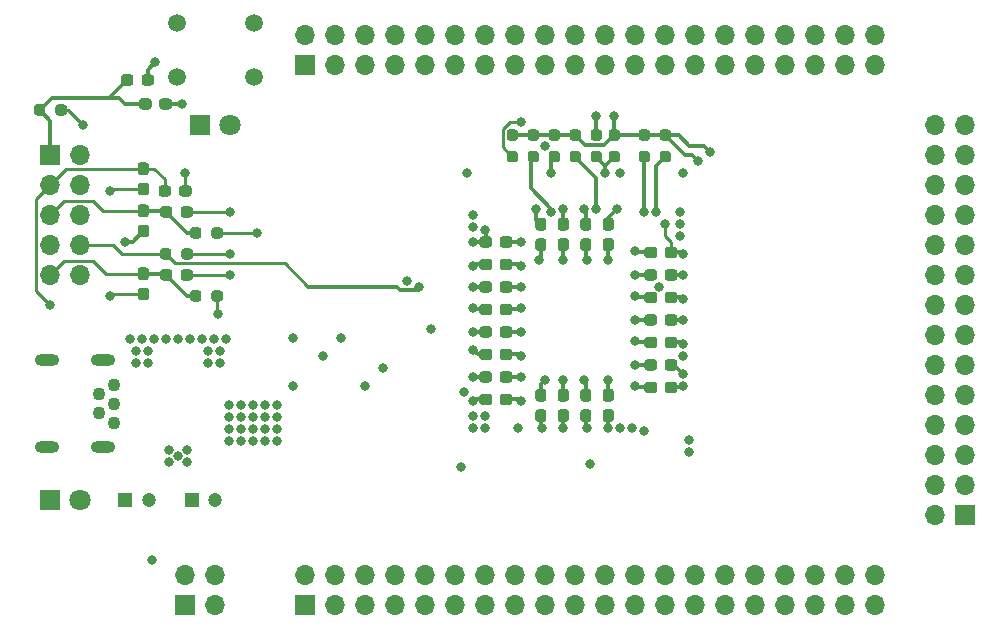
<source format=gbr>
%TF.GenerationSoftware,KiCad,Pcbnew,(5.1.9)-1*%
%TF.CreationDate,2021-02-04T20:28:27-06:00*%
%TF.ProjectId,Intel_10M02SCE144_Breakout_Board,496e7465-6c5f-4313-904d-303253434531,rev?*%
%TF.SameCoordinates,Original*%
%TF.FileFunction,Copper,L4,Bot*%
%TF.FilePolarity,Positive*%
%FSLAX46Y46*%
G04 Gerber Fmt 4.6, Leading zero omitted, Abs format (unit mm)*
G04 Created by KiCad (PCBNEW (5.1.9)-1) date 2021-02-04 20:28:27*
%MOMM*%
%LPD*%
G01*
G04 APERTURE LIST*
%TA.AperFunction,ComponentPad*%
%ADD10C,1.200000*%
%TD*%
%TA.AperFunction,ComponentPad*%
%ADD11R,1.200000X1.200000*%
%TD*%
%TA.AperFunction,ComponentPad*%
%ADD12C,1.800000*%
%TD*%
%TA.AperFunction,ComponentPad*%
%ADD13R,1.800000X1.800000*%
%TD*%
%TA.AperFunction,ComponentPad*%
%ADD14R,1.700000X1.700000*%
%TD*%
%TA.AperFunction,ComponentPad*%
%ADD15O,1.700000X1.700000*%
%TD*%
%TA.AperFunction,ComponentPad*%
%ADD16C,1.500000*%
%TD*%
%TA.AperFunction,ComponentPad*%
%ADD17O,2.100000X1.000000*%
%TD*%
%TA.AperFunction,ComponentPad*%
%ADD18C,1.100000*%
%TD*%
%TA.AperFunction,ViaPad*%
%ADD19C,0.800000*%
%TD*%
%TA.AperFunction,Conductor*%
%ADD20C,0.300000*%
%TD*%
%TA.AperFunction,Conductor*%
%ADD21C,0.250000*%
%TD*%
G04 APERTURE END LIST*
D10*
%TO.P,C1,2*%
%TO.N,H_GND*%
X104870000Y-115570000D03*
D11*
%TO.P,C1,1*%
%TO.N,+5V*%
X102870000Y-115570000D03*
%TD*%
%TO.P,C2,1*%
%TO.N,H_VCC*%
X108490000Y-115570000D03*
D10*
%TO.P,C2,2*%
%TO.N,H_GND*%
X110490000Y-115570000D03*
%TD*%
%TO.P,C4,1*%
%TO.N,H_VCC*%
%TA.AperFunction,SMDPad,CuDef*%
G36*
G01*
X149609000Y-105807500D02*
X149609000Y-106282500D01*
G75*
G02*
X149371500Y-106520000I-237500J0D01*
G01*
X148771500Y-106520000D01*
G75*
G02*
X148534000Y-106282500I0J237500D01*
G01*
X148534000Y-105807500D01*
G75*
G02*
X148771500Y-105570000I237500J0D01*
G01*
X149371500Y-105570000D01*
G75*
G02*
X149609000Y-105807500I0J-237500D01*
G01*
G37*
%TD.AperFunction*%
%TO.P,C4,2*%
%TO.N,H_GND*%
%TA.AperFunction,SMDPad,CuDef*%
G36*
G01*
X147884000Y-105807500D02*
X147884000Y-106282500D01*
G75*
G02*
X147646500Y-106520000I-237500J0D01*
G01*
X147046500Y-106520000D01*
G75*
G02*
X146809000Y-106282500I0J237500D01*
G01*
X146809000Y-105807500D01*
G75*
G02*
X147046500Y-105570000I237500J0D01*
G01*
X147646500Y-105570000D01*
G75*
G02*
X147884000Y-105807500I0J-237500D01*
G01*
G37*
%TD.AperFunction*%
%TD*%
%TO.P,C5,2*%
%TO.N,H_GND*%
%TA.AperFunction,SMDPad,CuDef*%
G36*
G01*
X134564000Y-103488500D02*
X134564000Y-103013500D01*
G75*
G02*
X134801500Y-102776000I237500J0D01*
G01*
X135401500Y-102776000D01*
G75*
G02*
X135639000Y-103013500I0J-237500D01*
G01*
X135639000Y-103488500D01*
G75*
G02*
X135401500Y-103726000I-237500J0D01*
G01*
X134801500Y-103726000D01*
G75*
G02*
X134564000Y-103488500I0J237500D01*
G01*
G37*
%TD.AperFunction*%
%TO.P,C5,1*%
%TO.N,H_VCC*%
%TA.AperFunction,SMDPad,CuDef*%
G36*
G01*
X132839000Y-103488500D02*
X132839000Y-103013500D01*
G75*
G02*
X133076500Y-102776000I237500J0D01*
G01*
X133676500Y-102776000D01*
G75*
G02*
X133914000Y-103013500I0J-237500D01*
G01*
X133914000Y-103488500D01*
G75*
G02*
X133676500Y-103726000I-237500J0D01*
G01*
X133076500Y-103726000D01*
G75*
G02*
X132839000Y-103488500I0J237500D01*
G01*
G37*
%TD.AperFunction*%
%TD*%
%TO.P,C6,1*%
%TO.N,H_VCC*%
%TA.AperFunction,SMDPad,CuDef*%
G36*
G01*
X138286500Y-108969000D02*
X137811500Y-108969000D01*
G75*
G02*
X137574000Y-108731500I0J237500D01*
G01*
X137574000Y-108131500D01*
G75*
G02*
X137811500Y-107894000I237500J0D01*
G01*
X138286500Y-107894000D01*
G75*
G02*
X138524000Y-108131500I0J-237500D01*
G01*
X138524000Y-108731500D01*
G75*
G02*
X138286500Y-108969000I-237500J0D01*
G01*
G37*
%TD.AperFunction*%
%TO.P,C6,2*%
%TO.N,H_GND*%
%TA.AperFunction,SMDPad,CuDef*%
G36*
G01*
X138286500Y-107244000D02*
X137811500Y-107244000D01*
G75*
G02*
X137574000Y-107006500I0J237500D01*
G01*
X137574000Y-106406500D01*
G75*
G02*
X137811500Y-106169000I237500J0D01*
G01*
X138286500Y-106169000D01*
G75*
G02*
X138524000Y-106406500I0J-237500D01*
G01*
X138524000Y-107006500D01*
G75*
G02*
X138286500Y-107244000I-237500J0D01*
G01*
G37*
%TD.AperFunction*%
%TD*%
%TO.P,C7,1*%
%TO.N,H_VCC*%
%TA.AperFunction,SMDPad,CuDef*%
G36*
G01*
X144001500Y-108969000D02*
X143526500Y-108969000D01*
G75*
G02*
X143289000Y-108731500I0J237500D01*
G01*
X143289000Y-108131500D01*
G75*
G02*
X143526500Y-107894000I237500J0D01*
G01*
X144001500Y-107894000D01*
G75*
G02*
X144239000Y-108131500I0J-237500D01*
G01*
X144239000Y-108731500D01*
G75*
G02*
X144001500Y-108969000I-237500J0D01*
G01*
G37*
%TD.AperFunction*%
%TO.P,C7,2*%
%TO.N,H_GND*%
%TA.AperFunction,SMDPad,CuDef*%
G36*
G01*
X144001500Y-107244000D02*
X143526500Y-107244000D01*
G75*
G02*
X143289000Y-107006500I0J237500D01*
G01*
X143289000Y-106406500D01*
G75*
G02*
X143526500Y-106169000I237500J0D01*
G01*
X144001500Y-106169000D01*
G75*
G02*
X144239000Y-106406500I0J-237500D01*
G01*
X144239000Y-107006500D01*
G75*
G02*
X144001500Y-107244000I-237500J0D01*
G01*
G37*
%TD.AperFunction*%
%TD*%
%TO.P,C8,2*%
%TO.N,H_GND*%
%TA.AperFunction,SMDPad,CuDef*%
G36*
G01*
X139716500Y-93416000D02*
X140191500Y-93416000D01*
G75*
G02*
X140429000Y-93653500I0J-237500D01*
G01*
X140429000Y-94253500D01*
G75*
G02*
X140191500Y-94491000I-237500J0D01*
G01*
X139716500Y-94491000D01*
G75*
G02*
X139479000Y-94253500I0J237500D01*
G01*
X139479000Y-93653500D01*
G75*
G02*
X139716500Y-93416000I237500J0D01*
G01*
G37*
%TD.AperFunction*%
%TO.P,C8,1*%
%TO.N,H_VCC*%
%TA.AperFunction,SMDPad,CuDef*%
G36*
G01*
X139716500Y-91691000D02*
X140191500Y-91691000D01*
G75*
G02*
X140429000Y-91928500I0J-237500D01*
G01*
X140429000Y-92528500D01*
G75*
G02*
X140191500Y-92766000I-237500J0D01*
G01*
X139716500Y-92766000D01*
G75*
G02*
X139479000Y-92528500I0J237500D01*
G01*
X139479000Y-91928500D01*
G75*
G02*
X139716500Y-91691000I237500J0D01*
G01*
G37*
%TD.AperFunction*%
%TD*%
%TO.P,C9,2*%
%TO.N,H_GND*%
%TA.AperFunction,SMDPad,CuDef*%
G36*
G01*
X137811500Y-93416000D02*
X138286500Y-93416000D01*
G75*
G02*
X138524000Y-93653500I0J-237500D01*
G01*
X138524000Y-94253500D01*
G75*
G02*
X138286500Y-94491000I-237500J0D01*
G01*
X137811500Y-94491000D01*
G75*
G02*
X137574000Y-94253500I0J237500D01*
G01*
X137574000Y-93653500D01*
G75*
G02*
X137811500Y-93416000I237500J0D01*
G01*
G37*
%TD.AperFunction*%
%TO.P,C9,1*%
%TO.N,H_VCC*%
%TA.AperFunction,SMDPad,CuDef*%
G36*
G01*
X137811500Y-91691000D02*
X138286500Y-91691000D01*
G75*
G02*
X138524000Y-91928500I0J-237500D01*
G01*
X138524000Y-92528500D01*
G75*
G02*
X138286500Y-92766000I-237500J0D01*
G01*
X137811500Y-92766000D01*
G75*
G02*
X137574000Y-92528500I0J237500D01*
G01*
X137574000Y-91928500D01*
G75*
G02*
X137811500Y-91691000I237500J0D01*
G01*
G37*
%TD.AperFunction*%
%TD*%
%TO.P,C10,1*%
%TO.N,H_VCC*%
%TA.AperFunction,SMDPad,CuDef*%
G36*
G01*
X149609000Y-100092500D02*
X149609000Y-100567500D01*
G75*
G02*
X149371500Y-100805000I-237500J0D01*
G01*
X148771500Y-100805000D01*
G75*
G02*
X148534000Y-100567500I0J237500D01*
G01*
X148534000Y-100092500D01*
G75*
G02*
X148771500Y-99855000I237500J0D01*
G01*
X149371500Y-99855000D01*
G75*
G02*
X149609000Y-100092500I0J-237500D01*
G01*
G37*
%TD.AperFunction*%
%TO.P,C10,2*%
%TO.N,H_GND*%
%TA.AperFunction,SMDPad,CuDef*%
G36*
G01*
X147884000Y-100092500D02*
X147884000Y-100567500D01*
G75*
G02*
X147646500Y-100805000I-237500J0D01*
G01*
X147046500Y-100805000D01*
G75*
G02*
X146809000Y-100567500I0J237500D01*
G01*
X146809000Y-100092500D01*
G75*
G02*
X147046500Y-99855000I237500J0D01*
G01*
X147646500Y-99855000D01*
G75*
G02*
X147884000Y-100092500I0J-237500D01*
G01*
G37*
%TD.AperFunction*%
%TD*%
%TO.P,C11,2*%
%TO.N,H_GND*%
%TA.AperFunction,SMDPad,CuDef*%
G36*
G01*
X147884000Y-98187500D02*
X147884000Y-98662500D01*
G75*
G02*
X147646500Y-98900000I-237500J0D01*
G01*
X147046500Y-98900000D01*
G75*
G02*
X146809000Y-98662500I0J237500D01*
G01*
X146809000Y-98187500D01*
G75*
G02*
X147046500Y-97950000I237500J0D01*
G01*
X147646500Y-97950000D01*
G75*
G02*
X147884000Y-98187500I0J-237500D01*
G01*
G37*
%TD.AperFunction*%
%TO.P,C11,1*%
%TO.N,H_VCC*%
%TA.AperFunction,SMDPad,CuDef*%
G36*
G01*
X149609000Y-98187500D02*
X149609000Y-98662500D01*
G75*
G02*
X149371500Y-98900000I-237500J0D01*
G01*
X148771500Y-98900000D01*
G75*
G02*
X148534000Y-98662500I0J237500D01*
G01*
X148534000Y-98187500D01*
G75*
G02*
X148771500Y-97950000I237500J0D01*
G01*
X149371500Y-97950000D01*
G75*
G02*
X149609000Y-98187500I0J-237500D01*
G01*
G37*
%TD.AperFunction*%
%TD*%
%TO.P,C12,1*%
%TO.N,H_VCC*%
%TA.AperFunction,SMDPad,CuDef*%
G36*
G01*
X132839000Y-93963500D02*
X132839000Y-93488500D01*
G75*
G02*
X133076500Y-93251000I237500J0D01*
G01*
X133676500Y-93251000D01*
G75*
G02*
X133914000Y-93488500I0J-237500D01*
G01*
X133914000Y-93963500D01*
G75*
G02*
X133676500Y-94201000I-237500J0D01*
G01*
X133076500Y-94201000D01*
G75*
G02*
X132839000Y-93963500I0J237500D01*
G01*
G37*
%TD.AperFunction*%
%TO.P,C12,2*%
%TO.N,H_GND*%
%TA.AperFunction,SMDPad,CuDef*%
G36*
G01*
X134564000Y-93963500D02*
X134564000Y-93488500D01*
G75*
G02*
X134801500Y-93251000I237500J0D01*
G01*
X135401500Y-93251000D01*
G75*
G02*
X135639000Y-93488500I0J-237500D01*
G01*
X135639000Y-93963500D01*
G75*
G02*
X135401500Y-94201000I-237500J0D01*
G01*
X134801500Y-94201000D01*
G75*
G02*
X134564000Y-93963500I0J237500D01*
G01*
G37*
%TD.AperFunction*%
%TD*%
%TO.P,C13,2*%
%TO.N,H_GND*%
%TA.AperFunction,SMDPad,CuDef*%
G36*
G01*
X134564000Y-95868500D02*
X134564000Y-95393500D01*
G75*
G02*
X134801500Y-95156000I237500J0D01*
G01*
X135401500Y-95156000D01*
G75*
G02*
X135639000Y-95393500I0J-237500D01*
G01*
X135639000Y-95868500D01*
G75*
G02*
X135401500Y-96106000I-237500J0D01*
G01*
X134801500Y-96106000D01*
G75*
G02*
X134564000Y-95868500I0J237500D01*
G01*
G37*
%TD.AperFunction*%
%TO.P,C13,1*%
%TO.N,H_VCC*%
%TA.AperFunction,SMDPad,CuDef*%
G36*
G01*
X132839000Y-95868500D02*
X132839000Y-95393500D01*
G75*
G02*
X133076500Y-95156000I237500J0D01*
G01*
X133676500Y-95156000D01*
G75*
G02*
X133914000Y-95393500I0J-237500D01*
G01*
X133914000Y-95868500D01*
G75*
G02*
X133676500Y-96106000I-237500J0D01*
G01*
X133076500Y-96106000D01*
G75*
G02*
X132839000Y-95868500I0J237500D01*
G01*
G37*
%TD.AperFunction*%
%TD*%
%TO.P,C14,1*%
%TO.N,H_VCC*%
%TA.AperFunction,SMDPad,CuDef*%
G36*
G01*
X132839000Y-97773500D02*
X132839000Y-97298500D01*
G75*
G02*
X133076500Y-97061000I237500J0D01*
G01*
X133676500Y-97061000D01*
G75*
G02*
X133914000Y-97298500I0J-237500D01*
G01*
X133914000Y-97773500D01*
G75*
G02*
X133676500Y-98011000I-237500J0D01*
G01*
X133076500Y-98011000D01*
G75*
G02*
X132839000Y-97773500I0J237500D01*
G01*
G37*
%TD.AperFunction*%
%TO.P,C14,2*%
%TO.N,H_GND*%
%TA.AperFunction,SMDPad,CuDef*%
G36*
G01*
X134564000Y-97773500D02*
X134564000Y-97298500D01*
G75*
G02*
X134801500Y-97061000I237500J0D01*
G01*
X135401500Y-97061000D01*
G75*
G02*
X135639000Y-97298500I0J-237500D01*
G01*
X135639000Y-97773500D01*
G75*
G02*
X135401500Y-98011000I-237500J0D01*
G01*
X134801500Y-98011000D01*
G75*
G02*
X134564000Y-97773500I0J237500D01*
G01*
G37*
%TD.AperFunction*%
%TD*%
%TO.P,C15,2*%
%TO.N,H_GND*%
%TA.AperFunction,SMDPad,CuDef*%
G36*
G01*
X141621500Y-93416000D02*
X142096500Y-93416000D01*
G75*
G02*
X142334000Y-93653500I0J-237500D01*
G01*
X142334000Y-94253500D01*
G75*
G02*
X142096500Y-94491000I-237500J0D01*
G01*
X141621500Y-94491000D01*
G75*
G02*
X141384000Y-94253500I0J237500D01*
G01*
X141384000Y-93653500D01*
G75*
G02*
X141621500Y-93416000I237500J0D01*
G01*
G37*
%TD.AperFunction*%
%TO.P,C15,1*%
%TO.N,H_VCC*%
%TA.AperFunction,SMDPad,CuDef*%
G36*
G01*
X141621500Y-91691000D02*
X142096500Y-91691000D01*
G75*
G02*
X142334000Y-91928500I0J-237500D01*
G01*
X142334000Y-92528500D01*
G75*
G02*
X142096500Y-92766000I-237500J0D01*
G01*
X141621500Y-92766000D01*
G75*
G02*
X141384000Y-92528500I0J237500D01*
G01*
X141384000Y-91928500D01*
G75*
G02*
X141621500Y-91691000I237500J0D01*
G01*
G37*
%TD.AperFunction*%
%TD*%
%TO.P,C16,1*%
%TO.N,H_VCC*%
%TA.AperFunction,SMDPad,CuDef*%
G36*
G01*
X143526500Y-91691000D02*
X144001500Y-91691000D01*
G75*
G02*
X144239000Y-91928500I0J-237500D01*
G01*
X144239000Y-92528500D01*
G75*
G02*
X144001500Y-92766000I-237500J0D01*
G01*
X143526500Y-92766000D01*
G75*
G02*
X143289000Y-92528500I0J237500D01*
G01*
X143289000Y-91928500D01*
G75*
G02*
X143526500Y-91691000I237500J0D01*
G01*
G37*
%TD.AperFunction*%
%TO.P,C16,2*%
%TO.N,H_GND*%
%TA.AperFunction,SMDPad,CuDef*%
G36*
G01*
X143526500Y-93416000D02*
X144001500Y-93416000D01*
G75*
G02*
X144239000Y-93653500I0J-237500D01*
G01*
X144239000Y-94253500D01*
G75*
G02*
X144001500Y-94491000I-237500J0D01*
G01*
X143526500Y-94491000D01*
G75*
G02*
X143289000Y-94253500I0J237500D01*
G01*
X143289000Y-93653500D01*
G75*
G02*
X143526500Y-93416000I237500J0D01*
G01*
G37*
%TD.AperFunction*%
%TD*%
%TO.P,C17,2*%
%TO.N,H_GND*%
%TA.AperFunction,SMDPad,CuDef*%
G36*
G01*
X147884000Y-94377500D02*
X147884000Y-94852500D01*
G75*
G02*
X147646500Y-95090000I-237500J0D01*
G01*
X147046500Y-95090000D01*
G75*
G02*
X146809000Y-94852500I0J237500D01*
G01*
X146809000Y-94377500D01*
G75*
G02*
X147046500Y-94140000I237500J0D01*
G01*
X147646500Y-94140000D01*
G75*
G02*
X147884000Y-94377500I0J-237500D01*
G01*
G37*
%TD.AperFunction*%
%TO.P,C17,1*%
%TO.N,H_VCC*%
%TA.AperFunction,SMDPad,CuDef*%
G36*
G01*
X149609000Y-94377500D02*
X149609000Y-94852500D01*
G75*
G02*
X149371500Y-95090000I-237500J0D01*
G01*
X148771500Y-95090000D01*
G75*
G02*
X148534000Y-94852500I0J237500D01*
G01*
X148534000Y-94377500D01*
G75*
G02*
X148771500Y-94140000I237500J0D01*
G01*
X149371500Y-94140000D01*
G75*
G02*
X149609000Y-94377500I0J-237500D01*
G01*
G37*
%TD.AperFunction*%
%TD*%
%TO.P,C18,2*%
%TO.N,H_GND*%
%TA.AperFunction,SMDPad,CuDef*%
G36*
G01*
X147884000Y-96282500D02*
X147884000Y-96757500D01*
G75*
G02*
X147646500Y-96995000I-237500J0D01*
G01*
X147046500Y-96995000D01*
G75*
G02*
X146809000Y-96757500I0J237500D01*
G01*
X146809000Y-96282500D01*
G75*
G02*
X147046500Y-96045000I237500J0D01*
G01*
X147646500Y-96045000D01*
G75*
G02*
X147884000Y-96282500I0J-237500D01*
G01*
G37*
%TD.AperFunction*%
%TO.P,C18,1*%
%TO.N,H_VCC*%
%TA.AperFunction,SMDPad,CuDef*%
G36*
G01*
X149609000Y-96282500D02*
X149609000Y-96757500D01*
G75*
G02*
X149371500Y-96995000I-237500J0D01*
G01*
X148771500Y-96995000D01*
G75*
G02*
X148534000Y-96757500I0J237500D01*
G01*
X148534000Y-96282500D01*
G75*
G02*
X148771500Y-96045000I237500J0D01*
G01*
X149371500Y-96045000D01*
G75*
G02*
X149609000Y-96282500I0J-237500D01*
G01*
G37*
%TD.AperFunction*%
%TD*%
%TO.P,C19,2*%
%TO.N,H_GND*%
%TA.AperFunction,SMDPad,CuDef*%
G36*
G01*
X147884000Y-103902500D02*
X147884000Y-104377500D01*
G75*
G02*
X147646500Y-104615000I-237500J0D01*
G01*
X147046500Y-104615000D01*
G75*
G02*
X146809000Y-104377500I0J237500D01*
G01*
X146809000Y-103902500D01*
G75*
G02*
X147046500Y-103665000I237500J0D01*
G01*
X147646500Y-103665000D01*
G75*
G02*
X147884000Y-103902500I0J-237500D01*
G01*
G37*
%TD.AperFunction*%
%TO.P,C19,1*%
%TO.N,H_VCC*%
%TA.AperFunction,SMDPad,CuDef*%
G36*
G01*
X149609000Y-103902500D02*
X149609000Y-104377500D01*
G75*
G02*
X149371500Y-104615000I-237500J0D01*
G01*
X148771500Y-104615000D01*
G75*
G02*
X148534000Y-104377500I0J237500D01*
G01*
X148534000Y-103902500D01*
G75*
G02*
X148771500Y-103665000I237500J0D01*
G01*
X149371500Y-103665000D01*
G75*
G02*
X149609000Y-103902500I0J-237500D01*
G01*
G37*
%TD.AperFunction*%
%TD*%
%TO.P,C20,1*%
%TO.N,H_VCC*%
%TA.AperFunction,SMDPad,CuDef*%
G36*
G01*
X149609000Y-101997500D02*
X149609000Y-102472500D01*
G75*
G02*
X149371500Y-102710000I-237500J0D01*
G01*
X148771500Y-102710000D01*
G75*
G02*
X148534000Y-102472500I0J237500D01*
G01*
X148534000Y-101997500D01*
G75*
G02*
X148771500Y-101760000I237500J0D01*
G01*
X149371500Y-101760000D01*
G75*
G02*
X149609000Y-101997500I0J-237500D01*
G01*
G37*
%TD.AperFunction*%
%TO.P,C20,2*%
%TO.N,H_GND*%
%TA.AperFunction,SMDPad,CuDef*%
G36*
G01*
X147884000Y-101997500D02*
X147884000Y-102472500D01*
G75*
G02*
X147646500Y-102710000I-237500J0D01*
G01*
X147046500Y-102710000D01*
G75*
G02*
X146809000Y-102472500I0J237500D01*
G01*
X146809000Y-101997500D01*
G75*
G02*
X147046500Y-101760000I237500J0D01*
G01*
X147646500Y-101760000D01*
G75*
G02*
X147884000Y-101997500I0J-237500D01*
G01*
G37*
%TD.AperFunction*%
%TD*%
%TO.P,C21,1*%
%TO.N,H_VCC*%
%TA.AperFunction,SMDPad,CuDef*%
G36*
G01*
X140191500Y-108969000D02*
X139716500Y-108969000D01*
G75*
G02*
X139479000Y-108731500I0J237500D01*
G01*
X139479000Y-108131500D01*
G75*
G02*
X139716500Y-107894000I237500J0D01*
G01*
X140191500Y-107894000D01*
G75*
G02*
X140429000Y-108131500I0J-237500D01*
G01*
X140429000Y-108731500D01*
G75*
G02*
X140191500Y-108969000I-237500J0D01*
G01*
G37*
%TD.AperFunction*%
%TO.P,C21,2*%
%TO.N,H_GND*%
%TA.AperFunction,SMDPad,CuDef*%
G36*
G01*
X140191500Y-107244000D02*
X139716500Y-107244000D01*
G75*
G02*
X139479000Y-107006500I0J237500D01*
G01*
X139479000Y-106406500D01*
G75*
G02*
X139716500Y-106169000I237500J0D01*
G01*
X140191500Y-106169000D01*
G75*
G02*
X140429000Y-106406500I0J-237500D01*
G01*
X140429000Y-107006500D01*
G75*
G02*
X140191500Y-107244000I-237500J0D01*
G01*
G37*
%TD.AperFunction*%
%TD*%
%TO.P,C22,1*%
%TO.N,H_VCC*%
%TA.AperFunction,SMDPad,CuDef*%
G36*
G01*
X142096500Y-108969000D02*
X141621500Y-108969000D01*
G75*
G02*
X141384000Y-108731500I0J237500D01*
G01*
X141384000Y-108131500D01*
G75*
G02*
X141621500Y-107894000I237500J0D01*
G01*
X142096500Y-107894000D01*
G75*
G02*
X142334000Y-108131500I0J-237500D01*
G01*
X142334000Y-108731500D01*
G75*
G02*
X142096500Y-108969000I-237500J0D01*
G01*
G37*
%TD.AperFunction*%
%TO.P,C22,2*%
%TO.N,H_GND*%
%TA.AperFunction,SMDPad,CuDef*%
G36*
G01*
X142096500Y-107244000D02*
X141621500Y-107244000D01*
G75*
G02*
X141384000Y-107006500I0J237500D01*
G01*
X141384000Y-106406500D01*
G75*
G02*
X141621500Y-106169000I237500J0D01*
G01*
X142096500Y-106169000D01*
G75*
G02*
X142334000Y-106406500I0J-237500D01*
G01*
X142334000Y-107006500D01*
G75*
G02*
X142096500Y-107244000I-237500J0D01*
G01*
G37*
%TD.AperFunction*%
%TD*%
%TO.P,C23,2*%
%TO.N,H_GND*%
%TA.AperFunction,SMDPad,CuDef*%
G36*
G01*
X134564000Y-105393500D02*
X134564000Y-104918500D01*
G75*
G02*
X134801500Y-104681000I237500J0D01*
G01*
X135401500Y-104681000D01*
G75*
G02*
X135639000Y-104918500I0J-237500D01*
G01*
X135639000Y-105393500D01*
G75*
G02*
X135401500Y-105631000I-237500J0D01*
G01*
X134801500Y-105631000D01*
G75*
G02*
X134564000Y-105393500I0J237500D01*
G01*
G37*
%TD.AperFunction*%
%TO.P,C23,1*%
%TO.N,H_VCC*%
%TA.AperFunction,SMDPad,CuDef*%
G36*
G01*
X132839000Y-105393500D02*
X132839000Y-104918500D01*
G75*
G02*
X133076500Y-104681000I237500J0D01*
G01*
X133676500Y-104681000D01*
G75*
G02*
X133914000Y-104918500I0J-237500D01*
G01*
X133914000Y-105393500D01*
G75*
G02*
X133676500Y-105631000I-237500J0D01*
G01*
X133076500Y-105631000D01*
G75*
G02*
X132839000Y-105393500I0J237500D01*
G01*
G37*
%TD.AperFunction*%
%TD*%
%TO.P,C24,1*%
%TO.N,H_VCC*%
%TA.AperFunction,SMDPad,CuDef*%
G36*
G01*
X132839000Y-107298500D02*
X132839000Y-106823500D01*
G75*
G02*
X133076500Y-106586000I237500J0D01*
G01*
X133676500Y-106586000D01*
G75*
G02*
X133914000Y-106823500I0J-237500D01*
G01*
X133914000Y-107298500D01*
G75*
G02*
X133676500Y-107536000I-237500J0D01*
G01*
X133076500Y-107536000D01*
G75*
G02*
X132839000Y-107298500I0J237500D01*
G01*
G37*
%TD.AperFunction*%
%TO.P,C24,2*%
%TO.N,H_GND*%
%TA.AperFunction,SMDPad,CuDef*%
G36*
G01*
X134564000Y-107298500D02*
X134564000Y-106823500D01*
G75*
G02*
X134801500Y-106586000I237500J0D01*
G01*
X135401500Y-106586000D01*
G75*
G02*
X135639000Y-106823500I0J-237500D01*
G01*
X135639000Y-107298500D01*
G75*
G02*
X135401500Y-107536000I-237500J0D01*
G01*
X134801500Y-107536000D01*
G75*
G02*
X134564000Y-107298500I0J237500D01*
G01*
G37*
%TD.AperFunction*%
%TD*%
%TO.P,C25,2*%
%TO.N,H_GND*%
%TA.AperFunction,SMDPad,CuDef*%
G36*
G01*
X134564000Y-99678500D02*
X134564000Y-99203500D01*
G75*
G02*
X134801500Y-98966000I237500J0D01*
G01*
X135401500Y-98966000D01*
G75*
G02*
X135639000Y-99203500I0J-237500D01*
G01*
X135639000Y-99678500D01*
G75*
G02*
X135401500Y-99916000I-237500J0D01*
G01*
X134801500Y-99916000D01*
G75*
G02*
X134564000Y-99678500I0J237500D01*
G01*
G37*
%TD.AperFunction*%
%TO.P,C25,1*%
%TO.N,H_VCC*%
%TA.AperFunction,SMDPad,CuDef*%
G36*
G01*
X132839000Y-99678500D02*
X132839000Y-99203500D01*
G75*
G02*
X133076500Y-98966000I237500J0D01*
G01*
X133676500Y-98966000D01*
G75*
G02*
X133914000Y-99203500I0J-237500D01*
G01*
X133914000Y-99678500D01*
G75*
G02*
X133676500Y-99916000I-237500J0D01*
G01*
X133076500Y-99916000D01*
G75*
G02*
X132839000Y-99678500I0J237500D01*
G01*
G37*
%TD.AperFunction*%
%TD*%
%TO.P,C26,1*%
%TO.N,H_VCC*%
%TA.AperFunction,SMDPad,CuDef*%
G36*
G01*
X132839000Y-101583500D02*
X132839000Y-101108500D01*
G75*
G02*
X133076500Y-100871000I237500J0D01*
G01*
X133676500Y-100871000D01*
G75*
G02*
X133914000Y-101108500I0J-237500D01*
G01*
X133914000Y-101583500D01*
G75*
G02*
X133676500Y-101821000I-237500J0D01*
G01*
X133076500Y-101821000D01*
G75*
G02*
X132839000Y-101583500I0J237500D01*
G01*
G37*
%TD.AperFunction*%
%TO.P,C26,2*%
%TO.N,H_GND*%
%TA.AperFunction,SMDPad,CuDef*%
G36*
G01*
X134564000Y-101583500D02*
X134564000Y-101108500D01*
G75*
G02*
X134801500Y-100871000I237500J0D01*
G01*
X135401500Y-100871000D01*
G75*
G02*
X135639000Y-101108500I0J-237500D01*
G01*
X135639000Y-101583500D01*
G75*
G02*
X135401500Y-101821000I-237500J0D01*
G01*
X134801500Y-101821000D01*
G75*
G02*
X134564000Y-101583500I0J237500D01*
G01*
G37*
%TD.AperFunction*%
%TD*%
%TO.P,C27,1*%
%TO.N,TDO*%
%TA.AperFunction,SMDPad,CuDef*%
G36*
G01*
X104156500Y-86992000D02*
X104631500Y-86992000D01*
G75*
G02*
X104869000Y-87229500I0J-237500D01*
G01*
X104869000Y-87829500D01*
G75*
G02*
X104631500Y-88067000I-237500J0D01*
G01*
X104156500Y-88067000D01*
G75*
G02*
X103919000Y-87829500I0J237500D01*
G01*
X103919000Y-87229500D01*
G75*
G02*
X104156500Y-86992000I237500J0D01*
G01*
G37*
%TD.AperFunction*%
%TO.P,C27,2*%
%TO.N,H_GND*%
%TA.AperFunction,SMDPad,CuDef*%
G36*
G01*
X104156500Y-88717000D02*
X104631500Y-88717000D01*
G75*
G02*
X104869000Y-88954500I0J-237500D01*
G01*
X104869000Y-89554500D01*
G75*
G02*
X104631500Y-89792000I-237500J0D01*
G01*
X104156500Y-89792000D01*
G75*
G02*
X103919000Y-89554500I0J237500D01*
G01*
X103919000Y-88954500D01*
G75*
G02*
X104156500Y-88717000I237500J0D01*
G01*
G37*
%TD.AperFunction*%
%TD*%
%TO.P,C28,2*%
%TO.N,H_GND*%
%TA.AperFunction,SMDPad,CuDef*%
G36*
G01*
X104156500Y-97607000D02*
X104631500Y-97607000D01*
G75*
G02*
X104869000Y-97844500I0J-237500D01*
G01*
X104869000Y-98444500D01*
G75*
G02*
X104631500Y-98682000I-237500J0D01*
G01*
X104156500Y-98682000D01*
G75*
G02*
X103919000Y-98444500I0J237500D01*
G01*
X103919000Y-97844500D01*
G75*
G02*
X104156500Y-97607000I237500J0D01*
G01*
G37*
%TD.AperFunction*%
%TO.P,C28,1*%
%TO.N,TDI*%
%TA.AperFunction,SMDPad,CuDef*%
G36*
G01*
X104156500Y-95882000D02*
X104631500Y-95882000D01*
G75*
G02*
X104869000Y-96119500I0J-237500D01*
G01*
X104869000Y-96719500D01*
G75*
G02*
X104631500Y-96957000I-237500J0D01*
G01*
X104156500Y-96957000D01*
G75*
G02*
X103919000Y-96719500I0J237500D01*
G01*
X103919000Y-96119500D01*
G75*
G02*
X104156500Y-95882000I237500J0D01*
G01*
G37*
%TD.AperFunction*%
%TD*%
%TO.P,C29,1*%
%TO.N,TCK*%
%TA.AperFunction,SMDPad,CuDef*%
G36*
G01*
X104010000Y-82279500D02*
X104010000Y-81804500D01*
G75*
G02*
X104247500Y-81567000I237500J0D01*
G01*
X104847500Y-81567000D01*
G75*
G02*
X105085000Y-81804500I0J-237500D01*
G01*
X105085000Y-82279500D01*
G75*
G02*
X104847500Y-82517000I-237500J0D01*
G01*
X104247500Y-82517000D01*
G75*
G02*
X104010000Y-82279500I0J237500D01*
G01*
G37*
%TD.AperFunction*%
%TO.P,C29,2*%
%TO.N,H_GND*%
%TA.AperFunction,SMDPad,CuDef*%
G36*
G01*
X105735000Y-82279500D02*
X105735000Y-81804500D01*
G75*
G02*
X105972500Y-81567000I237500J0D01*
G01*
X106572500Y-81567000D01*
G75*
G02*
X106810000Y-81804500I0J-237500D01*
G01*
X106810000Y-82279500D01*
G75*
G02*
X106572500Y-82517000I-237500J0D01*
G01*
X105972500Y-82517000D01*
G75*
G02*
X105735000Y-82279500I0J237500D01*
G01*
G37*
%TD.AperFunction*%
%TD*%
%TO.P,C30,2*%
%TO.N,H_GND*%
%TA.AperFunction,SMDPad,CuDef*%
G36*
G01*
X104156500Y-92273000D02*
X104631500Y-92273000D01*
G75*
G02*
X104869000Y-92510500I0J-237500D01*
G01*
X104869000Y-93110500D01*
G75*
G02*
X104631500Y-93348000I-237500J0D01*
G01*
X104156500Y-93348000D01*
G75*
G02*
X103919000Y-93110500I0J237500D01*
G01*
X103919000Y-92510500D01*
G75*
G02*
X104156500Y-92273000I237500J0D01*
G01*
G37*
%TD.AperFunction*%
%TO.P,C30,1*%
%TO.N,TMS*%
%TA.AperFunction,SMDPad,CuDef*%
G36*
G01*
X104156500Y-90548000D02*
X104631500Y-90548000D01*
G75*
G02*
X104869000Y-90785500I0J-237500D01*
G01*
X104869000Y-91385500D01*
G75*
G02*
X104631500Y-91623000I-237500J0D01*
G01*
X104156500Y-91623000D01*
G75*
G02*
X103919000Y-91385500I0J237500D01*
G01*
X103919000Y-90785500D01*
G75*
G02*
X104156500Y-90548000I237500J0D01*
G01*
G37*
%TD.AperFunction*%
%TD*%
D12*
%TO.P,D1,2*%
%TO.N,Net-(D1-Pad2)*%
X99060000Y-115570000D03*
D13*
%TO.P,D1,1*%
%TO.N,H_GND*%
X96520000Y-115570000D03*
%TD*%
%TO.P,D2,1*%
%TO.N,H_GND*%
X109220000Y-83820000D03*
D12*
%TO.P,D2,2*%
%TO.N,Net-(D2-Pad2)*%
X111760000Y-83820000D03*
%TD*%
%TO.P,D3,2*%
%TO.N,TDO*%
%TA.AperFunction,SMDPad,CuDef*%
G36*
G01*
X106725000Y-89170500D02*
X106725000Y-89645500D01*
G75*
G02*
X106487500Y-89883000I-237500J0D01*
G01*
X105912500Y-89883000D01*
G75*
G02*
X105675000Y-89645500I0J237500D01*
G01*
X105675000Y-89170500D01*
G75*
G02*
X105912500Y-88933000I237500J0D01*
G01*
X106487500Y-88933000D01*
G75*
G02*
X106725000Y-89170500I0J-237500D01*
G01*
G37*
%TD.AperFunction*%
%TO.P,D3,1*%
%TO.N,H_VCC*%
%TA.AperFunction,SMDPad,CuDef*%
G36*
G01*
X108475000Y-89170500D02*
X108475000Y-89645500D01*
G75*
G02*
X108237500Y-89883000I-237500J0D01*
G01*
X107662500Y-89883000D01*
G75*
G02*
X107425000Y-89645500I0J237500D01*
G01*
X107425000Y-89170500D01*
G75*
G02*
X107662500Y-88933000I237500J0D01*
G01*
X108237500Y-88933000D01*
G75*
G02*
X108475000Y-89170500I0J-237500D01*
G01*
G37*
%TD.AperFunction*%
%TD*%
%TO.P,D4,1*%
%TO.N,H_VCC*%
%TA.AperFunction,SMDPad,CuDef*%
G36*
G01*
X108588000Y-96282500D02*
X108588000Y-96757500D01*
G75*
G02*
X108350500Y-96995000I-237500J0D01*
G01*
X107775500Y-96995000D01*
G75*
G02*
X107538000Y-96757500I0J237500D01*
G01*
X107538000Y-96282500D01*
G75*
G02*
X107775500Y-96045000I237500J0D01*
G01*
X108350500Y-96045000D01*
G75*
G02*
X108588000Y-96282500I0J-237500D01*
G01*
G37*
%TD.AperFunction*%
%TO.P,D4,2*%
%TO.N,TDI*%
%TA.AperFunction,SMDPad,CuDef*%
G36*
G01*
X106838000Y-96282500D02*
X106838000Y-96757500D01*
G75*
G02*
X106600500Y-96995000I-237500J0D01*
G01*
X106025500Y-96995000D01*
G75*
G02*
X105788000Y-96757500I0J237500D01*
G01*
X105788000Y-96282500D01*
G75*
G02*
X106025500Y-96045000I237500J0D01*
G01*
X106600500Y-96045000D01*
G75*
G02*
X106838000Y-96282500I0J-237500D01*
G01*
G37*
%TD.AperFunction*%
%TD*%
%TO.P,D5,2*%
%TO.N,TCK*%
%TA.AperFunction,SMDPad,CuDef*%
G36*
G01*
X103536000Y-79772500D02*
X103536000Y-80247500D01*
G75*
G02*
X103298500Y-80485000I-237500J0D01*
G01*
X102723500Y-80485000D01*
G75*
G02*
X102486000Y-80247500I0J237500D01*
G01*
X102486000Y-79772500D01*
G75*
G02*
X102723500Y-79535000I237500J0D01*
G01*
X103298500Y-79535000D01*
G75*
G02*
X103536000Y-79772500I0J-237500D01*
G01*
G37*
%TD.AperFunction*%
%TO.P,D5,1*%
%TO.N,H_VCC*%
%TA.AperFunction,SMDPad,CuDef*%
G36*
G01*
X105286000Y-79772500D02*
X105286000Y-80247500D01*
G75*
G02*
X105048500Y-80485000I-237500J0D01*
G01*
X104473500Y-80485000D01*
G75*
G02*
X104236000Y-80247500I0J237500D01*
G01*
X104236000Y-79772500D01*
G75*
G02*
X104473500Y-79535000I237500J0D01*
G01*
X105048500Y-79535000D01*
G75*
G02*
X105286000Y-79772500I0J-237500D01*
G01*
G37*
%TD.AperFunction*%
%TD*%
%TO.P,D6,1*%
%TO.N,H_VCC*%
%TA.AperFunction,SMDPad,CuDef*%
G36*
G01*
X108588000Y-90948500D02*
X108588000Y-91423500D01*
G75*
G02*
X108350500Y-91661000I-237500J0D01*
G01*
X107775500Y-91661000D01*
G75*
G02*
X107538000Y-91423500I0J237500D01*
G01*
X107538000Y-90948500D01*
G75*
G02*
X107775500Y-90711000I237500J0D01*
G01*
X108350500Y-90711000D01*
G75*
G02*
X108588000Y-90948500I0J-237500D01*
G01*
G37*
%TD.AperFunction*%
%TO.P,D6,2*%
%TO.N,TMS*%
%TA.AperFunction,SMDPad,CuDef*%
G36*
G01*
X106838000Y-90948500D02*
X106838000Y-91423500D01*
G75*
G02*
X106600500Y-91661000I-237500J0D01*
G01*
X106025500Y-91661000D01*
G75*
G02*
X105788000Y-91423500I0J237500D01*
G01*
X105788000Y-90948500D01*
G75*
G02*
X106025500Y-90711000I237500J0D01*
G01*
X106600500Y-90711000D01*
G75*
G02*
X106838000Y-90948500I0J-237500D01*
G01*
G37*
%TD.AperFunction*%
%TD*%
D14*
%TO.P,J2,1*%
%TO.N,+5V*%
X107950000Y-124460000D03*
D15*
%TO.P,J2,2*%
X107950000Y-121920000D03*
%TO.P,J2,3*%
%TO.N,H_GND*%
X110490000Y-124460000D03*
%TO.P,J2,4*%
X110490000Y-121920000D03*
%TD*%
%TO.P,J3,40*%
%TO.N,H_GND*%
X166370000Y-121920000D03*
%TO.P,J3,39*%
X166370000Y-124460000D03*
%TO.P,J3,38*%
%TO.N,IO_70*%
X163830000Y-121920000D03*
%TO.P,J3,37*%
%TO.N,IO_69*%
X163830000Y-124460000D03*
%TO.P,J3,36*%
%TO.N,IO_68*%
X161290000Y-121920000D03*
%TO.P,J3,35*%
%TO.N,IO_67*%
X161290000Y-124460000D03*
%TO.P,J3,34*%
%TO.N,IO_65*%
X158750000Y-121920000D03*
%TO.P,J3,33*%
%TO.N,IO_63*%
X158750000Y-124460000D03*
%TO.P,J3,32*%
%TO.N,IO_62*%
X156210000Y-121920000D03*
%TO.P,J3,31*%
%TO.N,IO_61*%
X156210000Y-124460000D03*
%TO.P,J3,30*%
%TO.N,IO_60*%
X153670000Y-121920000D03*
%TO.P,J3,29*%
%TO.N,IO_59*%
X153670000Y-124460000D03*
%TO.P,J3,28*%
%TO.N,IO_55*%
X151130000Y-121920000D03*
%TO.P,J3,27*%
%TO.N,IO_54*%
X151130000Y-124460000D03*
%TO.P,J3,26*%
%TO.N,IO_53*%
X148590000Y-121920000D03*
%TO.P,J3,25*%
%TO.N,IO_52*%
X148590000Y-124460000D03*
%TO.P,J3,24*%
%TO.N,IO_51*%
X146050000Y-121920000D03*
%TO.P,J3,23*%
%TO.N,IO_50*%
X146050000Y-124460000D03*
%TO.P,J3,22*%
%TO.N,H_VCC*%
X143510000Y-121920000D03*
%TO.P,J3,21*%
X143510000Y-124460000D03*
%TO.P,J3,20*%
%TO.N,H_GND*%
X140970000Y-121920000D03*
%TO.P,J3,19*%
X140970000Y-124460000D03*
%TO.P,J3,18*%
%TO.N,IO_49*%
X138430000Y-121920000D03*
%TO.P,J3,17*%
%TO.N,IO_48*%
X138430000Y-124460000D03*
%TO.P,J3,16*%
%TO.N,IO_47*%
X135890000Y-121920000D03*
%TO.P,J3,15*%
%TO.N,IO_46*%
X135890000Y-124460000D03*
%TO.P,J3,14*%
%TO.N,IO_44*%
X133350000Y-121920000D03*
%TO.P,J3,13*%
%TO.N,IO_42*%
X133350000Y-124460000D03*
%TO.P,J3,12*%
%TO.N,IO_41*%
X130810000Y-121920000D03*
%TO.P,J3,11*%
%TO.N,IO_40*%
X130810000Y-124460000D03*
%TO.P,J3,10*%
%TO.N,IO_39*%
X128270000Y-121920000D03*
%TO.P,J3,9*%
%TO.N,IO_33*%
X128270000Y-124460000D03*
%TO.P,J3,8*%
%TO.N,IO_32*%
X125730000Y-121920000D03*
%TO.P,J3,7*%
%TO.N,IO_31*%
X125730000Y-124460000D03*
%TO.P,J3,6*%
%TO.N,IO_28*%
X123190000Y-121920000D03*
%TO.P,J3,5*%
%TO.N,IO_27*%
X123190000Y-124460000D03*
%TO.P,J3,4*%
%TO.N,H_VCC*%
X120650000Y-121920000D03*
%TO.P,J3,3*%
X120650000Y-124460000D03*
%TO.P,J3,2*%
%TO.N,H_GND*%
X118110000Y-121920000D03*
D14*
%TO.P,J3,1*%
X118110000Y-124460000D03*
%TD*%
%TO.P,J4,1*%
%TO.N,H_GND*%
X173990000Y-116840000D03*
D15*
%TO.P,J4,2*%
X171450000Y-116840000D03*
%TO.P,J4,3*%
%TO.N,H_VCC*%
X173990000Y-114300000D03*
%TO.P,J4,4*%
X171450000Y-114300000D03*
%TO.P,J4,5*%
%TO.N,IO_74*%
X173990000Y-111760000D03*
%TO.P,J4,6*%
%TO.N,IO_75*%
X171450000Y-111760000D03*
%TO.P,J4,7*%
%TO.N,IO_76*%
X173990000Y-109220000D03*
%TO.P,J4,8*%
%TO.N,IO_77*%
X171450000Y-109220000D03*
%TO.P,J4,9*%
%TO.N,IO_78*%
X173990000Y-106680000D03*
%TO.P,J4,10*%
%TO.N,IO_79*%
X171450000Y-106680000D03*
%TO.P,J4,11*%
%TO.N,IO_80*%
X173990000Y-104140000D03*
%TO.P,J4,12*%
%TO.N,IO_81*%
X171450000Y-104140000D03*
%TO.P,J4,13*%
%TO.N,IO_84*%
X173990000Y-101600000D03*
%TO.P,J4,14*%
%TO.N,IO_85*%
X171450000Y-101600000D03*
%TO.P,J4,15*%
%TO.N,IO_86*%
X173990000Y-99060000D03*
%TO.P,J4,16*%
%TO.N,IO_87*%
X171450000Y-99060000D03*
%TO.P,J4,17*%
%TO.N,IO_88*%
X173990000Y-96520000D03*
%TO.P,J4,18*%
%TO.N,IO_89*%
X171450000Y-96520000D03*
%TO.P,J4,19*%
%TO.N,IO_90*%
X173990000Y-93980000D03*
%TO.P,J4,20*%
%TO.N,IO_91*%
X171450000Y-93980000D03*
%TO.P,J4,21*%
%TO.N,IO_92*%
X173990000Y-91440000D03*
%TO.P,J4,22*%
%TO.N,IO_94*%
X171450000Y-91440000D03*
%TO.P,J4,23*%
%TO.N,IO_95*%
X173990000Y-88900000D03*
%TO.P,J4,24*%
%TO.N,IO_97*%
X171450000Y-88900000D03*
%TO.P,J4,25*%
%TO.N,H_VCC*%
X173990000Y-86360000D03*
%TO.P,J4,26*%
X171450000Y-86360000D03*
%TO.P,J4,27*%
%TO.N,H_GND*%
X173990000Y-83820000D03*
%TO.P,J4,28*%
X171450000Y-83820000D03*
%TD*%
D14*
%TO.P,J5,1*%
%TO.N,H_GND*%
X118110000Y-78740000D03*
D15*
%TO.P,J5,2*%
X118110000Y-76200000D03*
%TO.P,J5,3*%
%TO.N,H_VCC*%
X120650000Y-78740000D03*
%TO.P,J5,4*%
X120650000Y-76200000D03*
%TO.P,J5,5*%
%TO.N,IO_7*%
X123190000Y-78740000D03*
%TO.P,J5,6*%
%TO.N,IO_8*%
X123190000Y-76200000D03*
%TO.P,J5,7*%
%TO.N,IO_5*%
X125730000Y-78740000D03*
%TO.P,J5,8*%
%TO.N,IO_6*%
X125730000Y-76200000D03*
%TO.P,J5,9*%
%TO.N,IO_3*%
X128270000Y-78740000D03*
%TO.P,J5,10*%
%TO.N,IO_4*%
X128270000Y-76200000D03*
%TO.P,J5,11*%
%TO.N,IO_141*%
X130810000Y-78740000D03*
%TO.P,J5,12*%
%TO.N,IO_140*%
X130810000Y-76200000D03*
%TO.P,J5,13*%
%TO.N,IO_139*%
X133350000Y-78740000D03*
%TO.P,J5,14*%
%TO.N,IO_138*%
X133350000Y-76200000D03*
%TO.P,J5,15*%
%TO.N,IO_137*%
X135890000Y-78740000D03*
%TO.P,J5,16*%
%TO.N,IO_134*%
X135890000Y-76200000D03*
%TO.P,J5,17*%
%TO.N,IO_129*%
X138430000Y-78740000D03*
%TO.P,J5,18*%
%TO.N,IO_128*%
X138430000Y-76200000D03*
%TO.P,J5,19*%
%TO.N,H_GND*%
X140970000Y-78740000D03*
%TO.P,J5,20*%
X140970000Y-76200000D03*
%TO.P,J5,21*%
%TO.N,H_VCC*%
X143510000Y-78740000D03*
%TO.P,J5,22*%
X143510000Y-76200000D03*
%TO.P,J5,23*%
%TO.N,IO_127*%
X146050000Y-78740000D03*
%TO.P,J5,24*%
%TO.N,IO_126*%
X146050000Y-76200000D03*
%TO.P,J5,25*%
%TO.N,IO_125*%
X148590000Y-78740000D03*
%TO.P,J5,26*%
%TO.N,IO_124*%
X148590000Y-76200000D03*
%TO.P,J5,27*%
%TO.N,IO_123*%
X151130000Y-78740000D03*
%TO.P,J5,28*%
%TO.N,IO_117*%
X151130000Y-76200000D03*
%TO.P,J5,29*%
%TO.N,IO_116*%
X153670000Y-78740000D03*
%TO.P,J5,30*%
%TO.N,IO_114*%
X153670000Y-76200000D03*
%TO.P,J5,31*%
%TO.N,IO_112*%
X156210000Y-78740000D03*
%TO.P,J5,32*%
%TO.N,IO_106*%
X156210000Y-76200000D03*
%TO.P,J5,33*%
%TO.N,IO_105*%
X158750000Y-78740000D03*
%TO.P,J5,34*%
%TO.N,IO_103*%
X158750000Y-76200000D03*
%TO.P,J5,35*%
%TO.N,IO_101*%
X161290000Y-78740000D03*
%TO.P,J5,36*%
%TO.N,IO_100*%
X161290000Y-76200000D03*
%TO.P,J5,37*%
%TO.N,IO_99*%
X163830000Y-78740000D03*
%TO.P,J5,38*%
%TO.N,IO_98*%
X163830000Y-76200000D03*
%TO.P,J5,39*%
%TO.N,H_GND*%
X166370000Y-78740000D03*
%TO.P,J5,40*%
X166370000Y-76200000D03*
%TD*%
D14*
%TO.P,J6,1*%
%TO.N,TCK*%
X96520000Y-86360000D03*
D15*
%TO.P,J6,2*%
%TO.N,H_GND*%
X99060000Y-86360000D03*
%TO.P,J6,3*%
%TO.N,TDO*%
X96520000Y-88900000D03*
%TO.P,J6,4*%
%TO.N,H_VCC*%
X99060000Y-88900000D03*
%TO.P,J6,5*%
%TO.N,TMS*%
X96520000Y-91440000D03*
%TO.P,J6,6*%
%TO.N,Net-(J6-Pad6)*%
X99060000Y-91440000D03*
%TO.P,J6,7*%
%TO.N,Net-(J6-Pad7)*%
X96520000Y-93980000D03*
%TO.P,J6,8*%
%TO.N,JEN*%
X99060000Y-93980000D03*
%TO.P,J6,9*%
%TO.N,TDI*%
X96520000Y-96520000D03*
%TO.P,J6,10*%
%TO.N,H_GND*%
X99060000Y-96520000D03*
%TD*%
%TO.P,R2,1*%
%TO.N,TCK*%
%TA.AperFunction,SMDPad,CuDef*%
G36*
G01*
X95120000Y-82787500D02*
X95120000Y-82312500D01*
G75*
G02*
X95357500Y-82075000I237500J0D01*
G01*
X95857500Y-82075000D01*
G75*
G02*
X96095000Y-82312500I0J-237500D01*
G01*
X96095000Y-82787500D01*
G75*
G02*
X95857500Y-83025000I-237500J0D01*
G01*
X95357500Y-83025000D01*
G75*
G02*
X95120000Y-82787500I0J237500D01*
G01*
G37*
%TD.AperFunction*%
%TO.P,R2,2*%
%TO.N,H_GND*%
%TA.AperFunction,SMDPad,CuDef*%
G36*
G01*
X96945000Y-82787500D02*
X96945000Y-82312500D01*
G75*
G02*
X97182500Y-82075000I237500J0D01*
G01*
X97682500Y-82075000D01*
G75*
G02*
X97920000Y-82312500I0J-237500D01*
G01*
X97920000Y-82787500D01*
G75*
G02*
X97682500Y-83025000I-237500J0D01*
G01*
X97182500Y-83025000D01*
G75*
G02*
X96945000Y-82787500I0J237500D01*
G01*
G37*
%TD.AperFunction*%
%TD*%
%TO.P,R3,2*%
%TO.N,TDI*%
%TA.AperFunction,SMDPad,CuDef*%
G36*
G01*
X109303000Y-98060500D02*
X109303000Y-98535500D01*
G75*
G02*
X109065500Y-98773000I-237500J0D01*
G01*
X108565500Y-98773000D01*
G75*
G02*
X108328000Y-98535500I0J237500D01*
G01*
X108328000Y-98060500D01*
G75*
G02*
X108565500Y-97823000I237500J0D01*
G01*
X109065500Y-97823000D01*
G75*
G02*
X109303000Y-98060500I0J-237500D01*
G01*
G37*
%TD.AperFunction*%
%TO.P,R3,1*%
%TO.N,H_VCC*%
%TA.AperFunction,SMDPad,CuDef*%
G36*
G01*
X111128000Y-98060500D02*
X111128000Y-98535500D01*
G75*
G02*
X110890500Y-98773000I-237500J0D01*
G01*
X110390500Y-98773000D01*
G75*
G02*
X110153000Y-98535500I0J237500D01*
G01*
X110153000Y-98060500D01*
G75*
G02*
X110390500Y-97823000I237500J0D01*
G01*
X110890500Y-97823000D01*
G75*
G02*
X111128000Y-98060500I0J-237500D01*
G01*
G37*
%TD.AperFunction*%
%TD*%
%TO.P,R4,1*%
%TO.N,H_VCC*%
%TA.AperFunction,SMDPad,CuDef*%
G36*
G01*
X111128000Y-92726500D02*
X111128000Y-93201500D01*
G75*
G02*
X110890500Y-93439000I-237500J0D01*
G01*
X110390500Y-93439000D01*
G75*
G02*
X110153000Y-93201500I0J237500D01*
G01*
X110153000Y-92726500D01*
G75*
G02*
X110390500Y-92489000I237500J0D01*
G01*
X110890500Y-92489000D01*
G75*
G02*
X111128000Y-92726500I0J-237500D01*
G01*
G37*
%TD.AperFunction*%
%TO.P,R4,2*%
%TO.N,TMS*%
%TA.AperFunction,SMDPad,CuDef*%
G36*
G01*
X109303000Y-92726500D02*
X109303000Y-93201500D01*
G75*
G02*
X109065500Y-93439000I-237500J0D01*
G01*
X108565500Y-93439000D01*
G75*
G02*
X108328000Y-93201500I0J237500D01*
G01*
X108328000Y-92726500D01*
G75*
G02*
X108565500Y-92489000I237500J0D01*
G01*
X109065500Y-92489000D01*
G75*
G02*
X109303000Y-92726500I0J-237500D01*
G01*
G37*
%TD.AperFunction*%
%TD*%
%TO.P,R5,2*%
%TO.N,JEN*%
%TA.AperFunction,SMDPad,CuDef*%
G36*
G01*
X106763000Y-94504500D02*
X106763000Y-94979500D01*
G75*
G02*
X106525500Y-95217000I-237500J0D01*
G01*
X106025500Y-95217000D01*
G75*
G02*
X105788000Y-94979500I0J237500D01*
G01*
X105788000Y-94504500D01*
G75*
G02*
X106025500Y-94267000I237500J0D01*
G01*
X106525500Y-94267000D01*
G75*
G02*
X106763000Y-94504500I0J-237500D01*
G01*
G37*
%TD.AperFunction*%
%TO.P,R5,1*%
%TO.N,H_VCC*%
%TA.AperFunction,SMDPad,CuDef*%
G36*
G01*
X108588000Y-94504500D02*
X108588000Y-94979500D01*
G75*
G02*
X108350500Y-95217000I-237500J0D01*
G01*
X107850500Y-95217000D01*
G75*
G02*
X107613000Y-94979500I0J237500D01*
G01*
X107613000Y-94504500D01*
G75*
G02*
X107850500Y-94267000I237500J0D01*
G01*
X108350500Y-94267000D01*
G75*
G02*
X108588000Y-94504500I0J-237500D01*
G01*
G37*
%TD.AperFunction*%
%TD*%
%TO.P,R6,1*%
%TO.N,H_VCC*%
%TA.AperFunction,SMDPad,CuDef*%
G36*
G01*
X148352500Y-84198000D02*
X148827500Y-84198000D01*
G75*
G02*
X149065000Y-84435500I0J-237500D01*
G01*
X149065000Y-84935500D01*
G75*
G02*
X148827500Y-85173000I-237500J0D01*
G01*
X148352500Y-85173000D01*
G75*
G02*
X148115000Y-84935500I0J237500D01*
G01*
X148115000Y-84435500D01*
G75*
G02*
X148352500Y-84198000I237500J0D01*
G01*
G37*
%TD.AperFunction*%
%TO.P,R6,2*%
%TO.N,Net-(R6-Pad2)*%
%TA.AperFunction,SMDPad,CuDef*%
G36*
G01*
X148352500Y-86023000D02*
X148827500Y-86023000D01*
G75*
G02*
X149065000Y-86260500I0J-237500D01*
G01*
X149065000Y-86760500D01*
G75*
G02*
X148827500Y-86998000I-237500J0D01*
G01*
X148352500Y-86998000D01*
G75*
G02*
X148115000Y-86760500I0J237500D01*
G01*
X148115000Y-86260500D01*
G75*
G02*
X148352500Y-86023000I237500J0D01*
G01*
G37*
%TD.AperFunction*%
%TD*%
%TO.P,R7,2*%
%TO.N,Net-(R7-Pad2)*%
%TA.AperFunction,SMDPad,CuDef*%
G36*
G01*
X146574500Y-86023000D02*
X147049500Y-86023000D01*
G75*
G02*
X147287000Y-86260500I0J-237500D01*
G01*
X147287000Y-86760500D01*
G75*
G02*
X147049500Y-86998000I-237500J0D01*
G01*
X146574500Y-86998000D01*
G75*
G02*
X146337000Y-86760500I0J237500D01*
G01*
X146337000Y-86260500D01*
G75*
G02*
X146574500Y-86023000I237500J0D01*
G01*
G37*
%TD.AperFunction*%
%TO.P,R7,1*%
%TO.N,H_VCC*%
%TA.AperFunction,SMDPad,CuDef*%
G36*
G01*
X146574500Y-84198000D02*
X147049500Y-84198000D01*
G75*
G02*
X147287000Y-84435500I0J-237500D01*
G01*
X147287000Y-84935500D01*
G75*
G02*
X147049500Y-85173000I-237500J0D01*
G01*
X146574500Y-85173000D01*
G75*
G02*
X146337000Y-84935500I0J237500D01*
G01*
X146337000Y-84435500D01*
G75*
G02*
X146574500Y-84198000I237500J0D01*
G01*
G37*
%TD.AperFunction*%
%TD*%
%TO.P,R8,1*%
%TO.N,H_VCC*%
%TA.AperFunction,SMDPad,CuDef*%
G36*
G01*
X140732500Y-84198000D02*
X141207500Y-84198000D01*
G75*
G02*
X141445000Y-84435500I0J-237500D01*
G01*
X141445000Y-84935500D01*
G75*
G02*
X141207500Y-85173000I-237500J0D01*
G01*
X140732500Y-85173000D01*
G75*
G02*
X140495000Y-84935500I0J237500D01*
G01*
X140495000Y-84435500D01*
G75*
G02*
X140732500Y-84198000I237500J0D01*
G01*
G37*
%TD.AperFunction*%
%TO.P,R8,2*%
%TO.N,Net-(R8-Pad2)*%
%TA.AperFunction,SMDPad,CuDef*%
G36*
G01*
X140732500Y-86023000D02*
X141207500Y-86023000D01*
G75*
G02*
X141445000Y-86260500I0J-237500D01*
G01*
X141445000Y-86760500D01*
G75*
G02*
X141207500Y-86998000I-237500J0D01*
G01*
X140732500Y-86998000D01*
G75*
G02*
X140495000Y-86760500I0J237500D01*
G01*
X140495000Y-86260500D01*
G75*
G02*
X140732500Y-86023000I237500J0D01*
G01*
G37*
%TD.AperFunction*%
%TD*%
%TO.P,R9,2*%
%TO.N,Net-(R9-Pad2)*%
%TA.AperFunction,SMDPad,CuDef*%
G36*
G01*
X138954500Y-86023000D02*
X139429500Y-86023000D01*
G75*
G02*
X139667000Y-86260500I0J-237500D01*
G01*
X139667000Y-86760500D01*
G75*
G02*
X139429500Y-86998000I-237500J0D01*
G01*
X138954500Y-86998000D01*
G75*
G02*
X138717000Y-86760500I0J237500D01*
G01*
X138717000Y-86260500D01*
G75*
G02*
X138954500Y-86023000I237500J0D01*
G01*
G37*
%TD.AperFunction*%
%TO.P,R9,1*%
%TO.N,H_VCC*%
%TA.AperFunction,SMDPad,CuDef*%
G36*
G01*
X138954500Y-84198000D02*
X139429500Y-84198000D01*
G75*
G02*
X139667000Y-84435500I0J-237500D01*
G01*
X139667000Y-84935500D01*
G75*
G02*
X139429500Y-85173000I-237500J0D01*
G01*
X138954500Y-85173000D01*
G75*
G02*
X138717000Y-84935500I0J237500D01*
G01*
X138717000Y-84435500D01*
G75*
G02*
X138954500Y-84198000I237500J0D01*
G01*
G37*
%TD.AperFunction*%
%TD*%
%TO.P,R10,1*%
%TO.N,H_VCC*%
%TA.AperFunction,SMDPad,CuDef*%
G36*
G01*
X137176500Y-84198000D02*
X137651500Y-84198000D01*
G75*
G02*
X137889000Y-84435500I0J-237500D01*
G01*
X137889000Y-84935500D01*
G75*
G02*
X137651500Y-85173000I-237500J0D01*
G01*
X137176500Y-85173000D01*
G75*
G02*
X136939000Y-84935500I0J237500D01*
G01*
X136939000Y-84435500D01*
G75*
G02*
X137176500Y-84198000I237500J0D01*
G01*
G37*
%TD.AperFunction*%
%TO.P,R10,2*%
%TO.N,Net-(R10-Pad2)*%
%TA.AperFunction,SMDPad,CuDef*%
G36*
G01*
X137176500Y-86023000D02*
X137651500Y-86023000D01*
G75*
G02*
X137889000Y-86260500I0J-237500D01*
G01*
X137889000Y-86760500D01*
G75*
G02*
X137651500Y-86998000I-237500J0D01*
G01*
X137176500Y-86998000D01*
G75*
G02*
X136939000Y-86760500I0J237500D01*
G01*
X136939000Y-86260500D01*
G75*
G02*
X137176500Y-86023000I237500J0D01*
G01*
G37*
%TD.AperFunction*%
%TD*%
%TO.P,R11,2*%
%TO.N,Net-(R11-Pad2)*%
%TA.AperFunction,SMDPad,CuDef*%
G36*
G01*
X135398500Y-86023000D02*
X135873500Y-86023000D01*
G75*
G02*
X136111000Y-86260500I0J-237500D01*
G01*
X136111000Y-86760500D01*
G75*
G02*
X135873500Y-86998000I-237500J0D01*
G01*
X135398500Y-86998000D01*
G75*
G02*
X135161000Y-86760500I0J237500D01*
G01*
X135161000Y-86260500D01*
G75*
G02*
X135398500Y-86023000I237500J0D01*
G01*
G37*
%TD.AperFunction*%
%TO.P,R11,1*%
%TO.N,H_VCC*%
%TA.AperFunction,SMDPad,CuDef*%
G36*
G01*
X135398500Y-84198000D02*
X135873500Y-84198000D01*
G75*
G02*
X136111000Y-84435500I0J-237500D01*
G01*
X136111000Y-84935500D01*
G75*
G02*
X135873500Y-85173000I-237500J0D01*
G01*
X135398500Y-85173000D01*
G75*
G02*
X135161000Y-84935500I0J237500D01*
G01*
X135161000Y-84435500D01*
G75*
G02*
X135398500Y-84198000I237500J0D01*
G01*
G37*
%TD.AperFunction*%
%TD*%
%TO.P,R12,1*%
%TO.N,H_VCC*%
%TA.AperFunction,SMDPad,CuDef*%
G36*
G01*
X144034500Y-84198000D02*
X144509500Y-84198000D01*
G75*
G02*
X144747000Y-84435500I0J-237500D01*
G01*
X144747000Y-84935500D01*
G75*
G02*
X144509500Y-85173000I-237500J0D01*
G01*
X144034500Y-85173000D01*
G75*
G02*
X143797000Y-84935500I0J237500D01*
G01*
X143797000Y-84435500D01*
G75*
G02*
X144034500Y-84198000I237500J0D01*
G01*
G37*
%TD.AperFunction*%
%TO.P,R12,2*%
%TO.N,Net-(R12-Pad2)*%
%TA.AperFunction,SMDPad,CuDef*%
G36*
G01*
X144034500Y-86023000D02*
X144509500Y-86023000D01*
G75*
G02*
X144747000Y-86260500I0J-237500D01*
G01*
X144747000Y-86760500D01*
G75*
G02*
X144509500Y-86998000I-237500J0D01*
G01*
X144034500Y-86998000D01*
G75*
G02*
X143797000Y-86760500I0J237500D01*
G01*
X143797000Y-86260500D01*
G75*
G02*
X144034500Y-86023000I237500J0D01*
G01*
G37*
%TD.AperFunction*%
%TD*%
%TO.P,R13,2*%
%TO.N,H_GND*%
%TA.AperFunction,SMDPad,CuDef*%
G36*
G01*
X142985500Y-85173000D02*
X142510500Y-85173000D01*
G75*
G02*
X142273000Y-84935500I0J237500D01*
G01*
X142273000Y-84435500D01*
G75*
G02*
X142510500Y-84198000I237500J0D01*
G01*
X142985500Y-84198000D01*
G75*
G02*
X143223000Y-84435500I0J-237500D01*
G01*
X143223000Y-84935500D01*
G75*
G02*
X142985500Y-85173000I-237500J0D01*
G01*
G37*
%TD.AperFunction*%
%TO.P,R13,1*%
%TO.N,Net-(R12-Pad2)*%
%TA.AperFunction,SMDPad,CuDef*%
G36*
G01*
X142985500Y-86998000D02*
X142510500Y-86998000D01*
G75*
G02*
X142273000Y-86760500I0J237500D01*
G01*
X142273000Y-86260500D01*
G75*
G02*
X142510500Y-86023000I237500J0D01*
G01*
X142985500Y-86023000D01*
G75*
G02*
X143223000Y-86260500I0J-237500D01*
G01*
X143223000Y-86760500D01*
G75*
G02*
X142985500Y-86998000I-237500J0D01*
G01*
G37*
%TD.AperFunction*%
%TD*%
D16*
%TO.P,S1,4*%
%TO.N,H_GND*%
X113740000Y-79720000D03*
%TO.P,S1,3*%
%TO.N,Net-(S1-Pad3)*%
X107240000Y-79720000D03*
%TO.P,S1,2*%
%TO.N,Net-(S1-Pad2)*%
X113740000Y-75220000D03*
%TO.P,S1,1*%
%TO.N,~RESET*%
X107240000Y-75220000D03*
%TD*%
D17*
%TO.P,J1,6*%
%TO.N,Net-(J1-Pad6)*%
X100965000Y-103725000D03*
X96215000Y-111125000D03*
X96215000Y-103725000D03*
X100965000Y-111125000D03*
D18*
%TO.P,J1,2*%
%TO.N,Net-(J1-Pad2)*%
X100665000Y-106625000D03*
%TO.P,J1,3*%
%TO.N,Net-(J1-Pad3)*%
X101865000Y-107425000D03*
%TO.P,J1,5*%
%TO.N,H_GND*%
X101865000Y-109025000D03*
%TO.P,J1,1*%
%TO.N,+5V*%
X101865000Y-105825000D03*
%TO.P,J1,4*%
%TO.N,Net-(J1-Pad4)*%
X100665000Y-108225000D03*
%TD*%
D19*
%TO.N,H_GND*%
X136144000Y-109474000D03*
X142240000Y-112522000D03*
X146812000Y-109728000D03*
X150114000Y-103378000D03*
X148082000Y-97536000D03*
X150114000Y-87884000D03*
X144780000Y-87884000D03*
X138430000Y-85598000D03*
X131826000Y-87884000D03*
X126746000Y-97028000D03*
X128778000Y-101092000D03*
X131572000Y-106426000D03*
X136398000Y-107188000D03*
X136398000Y-105156000D03*
X136398000Y-103378000D03*
X136398000Y-101346000D03*
X136398000Y-99314000D03*
X136398000Y-97536000D03*
X136398000Y-95758000D03*
X137922000Y-95250000D03*
X139954000Y-95250000D03*
X141986000Y-95250000D03*
X143764000Y-95250000D03*
X146050000Y-94488000D03*
X146050000Y-96520000D03*
X146050000Y-98298000D03*
X146050000Y-100330000D03*
X146050000Y-102108000D03*
X146050000Y-104140000D03*
X146050000Y-105918000D03*
X143764000Y-105410000D03*
X141732000Y-105410000D03*
X139954000Y-105410000D03*
X138430000Y-105410000D03*
X136398000Y-93726000D03*
X142748000Y-83058000D03*
X131318000Y-112776000D03*
X149860000Y-93218000D03*
X107696000Y-82042000D03*
X101600000Y-98298000D03*
X101600000Y-89408000D03*
X99314000Y-83820000D03*
X123190000Y-105918000D03*
X124714000Y-104394000D03*
X117094000Y-105918000D03*
X107315000Y-101981000D03*
X108331000Y-101981000D03*
X109347000Y-101981000D03*
X110363000Y-101981000D03*
X111379000Y-101981000D03*
X106299000Y-101981000D03*
X105283000Y-101981000D03*
X104267000Y-101981000D03*
X103251000Y-101981000D03*
X109855000Y-102997000D03*
X110871000Y-102997000D03*
X109855000Y-104013000D03*
X110871000Y-104013000D03*
X104775000Y-102997000D03*
X103759000Y-102997000D03*
X103759000Y-104013000D03*
X104775000Y-104013000D03*
X106553000Y-112395000D03*
X106553000Y-111379000D03*
X108077000Y-111379000D03*
X108077000Y-112395000D03*
X107315000Y-111887000D03*
X102870000Y-93726000D03*
%TO.N,H_VCC*%
X110744000Y-99822000D03*
X121158000Y-101854000D03*
X119634000Y-103378000D03*
X117094000Y-101854000D03*
X105156000Y-120650000D03*
X105410000Y-78486000D03*
X151384000Y-86868000D03*
X152400000Y-86106000D03*
X144272000Y-83058000D03*
X132334000Y-93726000D03*
X133350000Y-92710000D03*
X132334000Y-95758000D03*
X132334000Y-97536000D03*
X132334000Y-99314000D03*
X132334000Y-101346000D03*
X132334000Y-105156000D03*
X138176000Y-109474000D03*
X132334000Y-102870000D03*
X132334000Y-107188000D03*
X132334000Y-91440000D03*
X132334000Y-92456000D03*
X132334000Y-108458000D03*
X132334000Y-109474000D03*
X133350000Y-109474000D03*
X133350000Y-108458000D03*
X139954000Y-109474000D03*
X141986000Y-109474000D03*
X143764000Y-109474000D03*
X145796000Y-109474000D03*
X144780000Y-109474000D03*
X150114000Y-105918000D03*
X150114000Y-104902000D03*
X150114000Y-102362000D03*
X150114000Y-100330000D03*
X150114000Y-98552000D03*
X150114000Y-96520000D03*
X150114000Y-94742000D03*
X144526000Y-90932000D03*
X141732000Y-90932000D03*
X139954000Y-90932000D03*
X137668000Y-90932000D03*
X149860000Y-91186000D03*
X149860000Y-92202000D03*
X150622000Y-111506000D03*
X150622000Y-110490000D03*
X148590000Y-92202000D03*
X111760000Y-96520000D03*
X111760000Y-94742000D03*
X111760000Y-91186000D03*
X107950000Y-87884000D03*
X114046000Y-92964000D03*
X111633000Y-107569000D03*
X112649000Y-107569000D03*
X113665000Y-107569000D03*
X114681000Y-107569000D03*
X115697000Y-107569000D03*
X111633000Y-108585000D03*
X112649000Y-108585000D03*
X113665000Y-108585000D03*
X114681000Y-108585000D03*
X115697000Y-108585000D03*
X111633000Y-109601000D03*
X112649000Y-109601000D03*
X113665000Y-109601000D03*
X114681000Y-109601000D03*
X115697000Y-109601000D03*
X111633000Y-110617000D03*
X112649000Y-110617000D03*
X113665000Y-110617000D03*
X114681000Y-110617000D03*
X115697000Y-110617000D03*
%TO.N,TDO*%
X96520000Y-99060000D03*
%TO.N,JEN*%
X127762000Y-97536000D03*
%TO.N,Net-(R6-Pad2)*%
X147828000Y-91186000D03*
%TO.N,Net-(R7-Pad2)*%
X146812000Y-91186000D03*
%TO.N,Net-(R8-Pad2)*%
X142748000Y-90932000D03*
%TO.N,Net-(R9-Pad2)*%
X138938000Y-87884000D03*
%TO.N,Net-(R10-Pad2)*%
X138938000Y-91186000D03*
%TO.N,Net-(R11-Pad2)*%
X136398000Y-83566000D03*
%TO.N,Net-(R12-Pad2)*%
X143510000Y-87884000D03*
%TD*%
D20*
%TO.N,H_GND*%
X136271000Y-107061000D02*
X136398000Y-107188000D01*
X135101500Y-107061000D02*
X136271000Y-107061000D01*
X135101500Y-105156000D02*
X136398000Y-105156000D01*
X136271000Y-103251000D02*
X136398000Y-103378000D01*
X135101500Y-103251000D02*
X136271000Y-103251000D01*
X135101500Y-101346000D02*
X136398000Y-101346000D01*
X136271000Y-99441000D02*
X136398000Y-99314000D01*
X135101500Y-99441000D02*
X136271000Y-99441000D01*
X135101500Y-97536000D02*
X136398000Y-97536000D01*
X136271000Y-95631000D02*
X136398000Y-95758000D01*
X135101500Y-95631000D02*
X136271000Y-95631000D01*
X138049000Y-95123000D02*
X137922000Y-95250000D01*
X138049000Y-93953500D02*
X138049000Y-95123000D01*
X139954000Y-93953500D02*
X139954000Y-95250000D01*
X141859000Y-95123000D02*
X141986000Y-95250000D01*
X141859000Y-93953500D02*
X141859000Y-95123000D01*
X143764000Y-93953500D02*
X143764000Y-95250000D01*
X146177000Y-94615000D02*
X146050000Y-94488000D01*
X147346500Y-94615000D02*
X146177000Y-94615000D01*
X147346500Y-96520000D02*
X146050000Y-96520000D01*
X147346500Y-100330000D02*
X146050000Y-100330000D01*
X146177000Y-102235000D02*
X146050000Y-102108000D01*
X147346500Y-102235000D02*
X146177000Y-102235000D01*
X146177000Y-106045000D02*
X146050000Y-105918000D01*
X147346500Y-106045000D02*
X146177000Y-106045000D01*
X143764000Y-106706500D02*
X143764000Y-105410000D01*
X141859000Y-105537000D02*
X141732000Y-105410000D01*
X141859000Y-106706500D02*
X141859000Y-105537000D01*
X139954000Y-106706500D02*
X139954000Y-105410000D01*
X138049000Y-105791000D02*
X138430000Y-105410000D01*
X138049000Y-106706500D02*
X138049000Y-105791000D01*
X135101500Y-93726000D02*
X136398000Y-93726000D01*
X142748000Y-84685500D02*
X142748000Y-83058000D01*
X106272500Y-82042000D02*
X107696000Y-82042000D01*
D21*
X98044000Y-82550000D02*
X99314000Y-83820000D01*
X97432500Y-82550000D02*
X98044000Y-82550000D01*
X101753500Y-89254500D02*
X101600000Y-89408000D01*
X104394000Y-89254500D02*
X101753500Y-89254500D01*
X101753500Y-98144500D02*
X101600000Y-98298000D01*
X104394000Y-98144500D02*
X101753500Y-98144500D01*
D20*
X103478500Y-93726000D02*
X104394000Y-92810500D01*
X102870000Y-93726000D02*
X103478500Y-93726000D01*
X147346500Y-104140000D02*
X146050000Y-104140000D01*
X146177000Y-98425000D02*
X146050000Y-98298000D01*
X147346500Y-98425000D02*
X146177000Y-98425000D01*
%TO.N,H_VCC*%
X133376500Y-92736500D02*
X133350000Y-92710000D01*
X133376500Y-93726000D02*
X133376500Y-92736500D01*
X133376500Y-93726000D02*
X132334000Y-93726000D01*
X132461000Y-95631000D02*
X132334000Y-95758000D01*
X133376500Y-95631000D02*
X132461000Y-95631000D01*
X133376500Y-97536000D02*
X132334000Y-97536000D01*
X132461000Y-99441000D02*
X132334000Y-99314000D01*
X133376500Y-99441000D02*
X132461000Y-99441000D01*
X133376500Y-101346000D02*
X132334000Y-101346000D01*
X132715000Y-103251000D02*
X132334000Y-102870000D01*
X133376500Y-103251000D02*
X132715000Y-103251000D01*
X133376500Y-105156000D02*
X132334000Y-105156000D01*
X132461000Y-107061000D02*
X132334000Y-107188000D01*
X133376500Y-107061000D02*
X132461000Y-107061000D01*
X138049000Y-109347000D02*
X138176000Y-109474000D01*
X138049000Y-108431500D02*
X138049000Y-109347000D01*
X139954000Y-108431500D02*
X139954000Y-109474000D01*
X141859000Y-109347000D02*
X141986000Y-109474000D01*
X141859000Y-108431500D02*
X141859000Y-109347000D01*
X143764000Y-108431500D02*
X143764000Y-109474000D01*
X149987000Y-106045000D02*
X150114000Y-105918000D01*
X149071500Y-106045000D02*
X149987000Y-106045000D01*
X149987000Y-102235000D02*
X150114000Y-102362000D01*
X149071500Y-102235000D02*
X149987000Y-102235000D01*
X149071500Y-100330000D02*
X150114000Y-100330000D01*
X149987000Y-98425000D02*
X150114000Y-98552000D01*
X149071500Y-98425000D02*
X149987000Y-98425000D01*
X149071500Y-96520000D02*
X150114000Y-96520000D01*
X149987000Y-94615000D02*
X150114000Y-94742000D01*
X149071500Y-94615000D02*
X149987000Y-94615000D01*
X141859000Y-91059000D02*
X141732000Y-90932000D01*
X141859000Y-92228500D02*
X141859000Y-91059000D01*
X139954000Y-92228500D02*
X139954000Y-90932000D01*
X143764000Y-91694000D02*
X144526000Y-90932000D01*
X143764000Y-92228500D02*
X143764000Y-91694000D01*
X137668000Y-91847500D02*
X138049000Y-92228500D01*
X137668000Y-90932000D02*
X137668000Y-91847500D01*
X144272000Y-84685500D02*
X144272000Y-83058000D01*
X144272000Y-84685500D02*
X146812000Y-84685500D01*
X146812000Y-84685500D02*
X148590000Y-84685500D01*
X141807510Y-85523010D02*
X140970000Y-84685500D01*
X143434490Y-85523010D02*
X141807510Y-85523010D01*
X144272000Y-84685500D02*
X143434490Y-85523010D01*
X140970000Y-84685500D02*
X139192000Y-84685500D01*
X139192000Y-84685500D02*
X137414000Y-84685500D01*
X137414000Y-84685500D02*
X135636000Y-84685500D01*
X150264500Y-86360000D02*
X148590000Y-84685500D01*
X149709500Y-84685500D02*
X148590000Y-84685500D01*
X150622000Y-85598000D02*
X149709500Y-84685500D01*
D21*
X149071500Y-94615000D02*
X149071500Y-93699500D01*
X149071500Y-93699500D02*
X148590000Y-93218000D01*
X148590000Y-93218000D02*
X148590000Y-92202000D01*
X148590000Y-92202000D02*
X148590000Y-92202000D01*
D20*
X104761000Y-79135000D02*
X105410000Y-78486000D01*
X104761000Y-80010000D02*
X104761000Y-79135000D01*
D21*
X110640500Y-99718500D02*
X110744000Y-99822000D01*
X110640500Y-98298000D02*
X110640500Y-99718500D01*
X108063000Y-96520000D02*
X111760000Y-96520000D01*
X108100500Y-94742000D02*
X111760000Y-94742000D01*
X110640500Y-92964000D02*
X114046000Y-92964000D01*
X108063000Y-91186000D02*
X111760000Y-91186000D01*
X107950000Y-89408000D02*
X107950000Y-87884000D01*
D20*
X149352000Y-104140000D02*
X150114000Y-104902000D01*
X149071500Y-104140000D02*
X149352000Y-104140000D01*
X150876000Y-86360000D02*
X151384000Y-86868000D01*
X150264500Y-86360000D02*
X150876000Y-86360000D01*
X151892000Y-85598000D02*
X152400000Y-86106000D01*
X150622000Y-85598000D02*
X151892000Y-85598000D01*
D21*
%TO.N,TDO*%
X106200000Y-89408000D02*
X106200000Y-88420000D01*
X105309500Y-87529500D02*
X104394000Y-87529500D01*
X106200000Y-88420000D02*
X105309500Y-87529500D01*
X97884999Y-87535001D02*
X96520000Y-88900000D01*
X104388499Y-87535001D02*
X97884999Y-87535001D01*
X104394000Y-87529500D02*
X104388499Y-87535001D01*
X95344999Y-97884999D02*
X95344999Y-90075001D01*
X95344999Y-90075001D02*
X96520000Y-88900000D01*
X96520000Y-99060000D02*
X95344999Y-97884999D01*
D20*
%TO.N,TDI*%
X106212500Y-96419500D02*
X106313000Y-96520000D01*
X104394000Y-96419500D02*
X106212500Y-96419500D01*
X108091000Y-98298000D02*
X108815500Y-98298000D01*
X106313000Y-96520000D02*
X108091000Y-98298000D01*
D21*
X104394000Y-96419500D02*
X101245500Y-96419500D01*
X97695001Y-95344999D02*
X96520000Y-96520000D01*
X100170999Y-95344999D02*
X97695001Y-95344999D01*
X101245500Y-96419500D02*
X100170999Y-95344999D01*
D20*
%TO.N,TCK*%
X96520000Y-83462500D02*
X95607500Y-82550000D01*
X96520000Y-86360000D02*
X96520000Y-83462500D01*
X95607500Y-82550000D02*
X96623500Y-81534000D01*
X101487000Y-81534000D02*
X103011000Y-80010000D01*
X104547500Y-82042000D02*
X102870000Y-82042000D01*
X102362000Y-81534000D02*
X101092000Y-81534000D01*
X102870000Y-82042000D02*
X102362000Y-81534000D01*
X101092000Y-81534000D02*
X101487000Y-81534000D01*
X96623500Y-81534000D02*
X101092000Y-81534000D01*
%TO.N,TMS*%
X106212500Y-91085500D02*
X106313000Y-91186000D01*
X104394000Y-91085500D02*
X106212500Y-91085500D01*
X108091000Y-92964000D02*
X108815500Y-92964000D01*
X106313000Y-91186000D02*
X108091000Y-92964000D01*
D21*
X104394000Y-91085500D02*
X100991500Y-91085500D01*
X97695001Y-90264999D02*
X96520000Y-91440000D01*
X100170999Y-90264999D02*
X97695001Y-90264999D01*
X100991500Y-91085500D02*
X100170999Y-90264999D01*
%TO.N,JEN*%
X99060000Y-93980000D02*
X101854000Y-93980000D01*
X102616000Y-94742000D02*
X106275500Y-94742000D01*
X101854000Y-93980000D02*
X102616000Y-94742000D01*
X107075510Y-95542010D02*
X106275500Y-94742000D01*
X116370010Y-95542010D02*
X107075510Y-95542010D01*
X118364000Y-97536000D02*
X116370010Y-95542010D01*
D20*
X127519999Y-97778001D02*
X127762000Y-97536000D01*
X126090001Y-97778001D02*
X127519999Y-97778001D01*
X125848000Y-97536000D02*
X126090001Y-97778001D01*
X118364000Y-97536000D02*
X125848000Y-97536000D01*
%TO.N,Net-(R6-Pad2)*%
X147828000Y-87272500D02*
X148590000Y-86510500D01*
X147828000Y-91186000D02*
X147828000Y-87272500D01*
%TO.N,Net-(R7-Pad2)*%
X146812000Y-91186000D02*
X146812000Y-86510500D01*
%TO.N,Net-(R8-Pad2)*%
X142748000Y-88288500D02*
X140970000Y-86510500D01*
X142748000Y-90932000D02*
X142748000Y-88288500D01*
%TO.N,Net-(R9-Pad2)*%
X138938000Y-86764500D02*
X139192000Y-86510500D01*
X138938000Y-87884000D02*
X138938000Y-86764500D01*
%TO.N,Net-(R10-Pad2)*%
X137171999Y-86752501D02*
X137414000Y-86510500D01*
X137171999Y-89165999D02*
X137171999Y-86752501D01*
X138938000Y-90932000D02*
X138938000Y-91186000D01*
X137171999Y-89165999D02*
X138938000Y-90932000D01*
%TO.N,Net-(R11-Pad2)*%
X135636000Y-86510500D02*
X135636000Y-86360000D01*
D21*
X134835990Y-85710490D02*
X135636000Y-86510500D01*
X134835990Y-84202500D02*
X134835990Y-85710490D01*
X135472490Y-83566000D02*
X134835990Y-84202500D01*
X136398000Y-83566000D02*
X135472490Y-83566000D01*
D20*
%TO.N,Net-(R12-Pad2)*%
X143510000Y-87272500D02*
X142748000Y-86510500D01*
X143510000Y-87272500D02*
X144272000Y-86510500D01*
X143510000Y-87884000D02*
X143510000Y-87272500D01*
%TD*%
M02*

</source>
